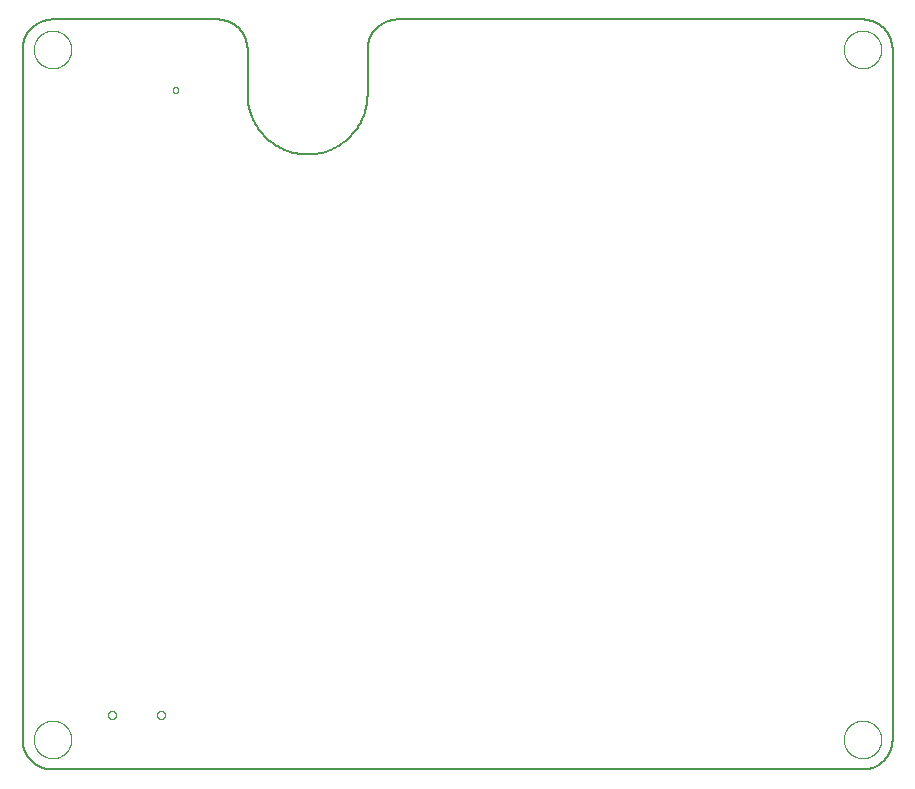
<source format=gko>
G75*
%MOIN*%
%OFA0B0*%
%FSLAX25Y25*%
%IPPOS*%
%LPD*%
%AMOC8*
5,1,8,0,0,1.08239X$1,22.5*
%
%ADD10C,0.00000*%
%ADD11C,0.00500*%
D10*
X0005800Y0012374D02*
X0005802Y0012532D01*
X0005808Y0012689D01*
X0005818Y0012847D01*
X0005832Y0013004D01*
X0005850Y0013160D01*
X0005871Y0013317D01*
X0005897Y0013472D01*
X0005927Y0013627D01*
X0005960Y0013781D01*
X0005998Y0013934D01*
X0006039Y0014087D01*
X0006084Y0014238D01*
X0006133Y0014388D01*
X0006186Y0014536D01*
X0006242Y0014684D01*
X0006303Y0014829D01*
X0006366Y0014974D01*
X0006434Y0015116D01*
X0006505Y0015257D01*
X0006579Y0015396D01*
X0006657Y0015533D01*
X0006739Y0015668D01*
X0006823Y0015801D01*
X0006912Y0015932D01*
X0007003Y0016060D01*
X0007098Y0016187D01*
X0007195Y0016310D01*
X0007296Y0016432D01*
X0007400Y0016550D01*
X0007507Y0016666D01*
X0007617Y0016779D01*
X0007729Y0016890D01*
X0007845Y0016997D01*
X0007963Y0017102D01*
X0008083Y0017204D01*
X0008206Y0017302D01*
X0008332Y0017398D01*
X0008460Y0017490D01*
X0008590Y0017579D01*
X0008722Y0017665D01*
X0008857Y0017747D01*
X0008994Y0017826D01*
X0009132Y0017901D01*
X0009272Y0017973D01*
X0009415Y0018041D01*
X0009558Y0018106D01*
X0009704Y0018167D01*
X0009851Y0018224D01*
X0009999Y0018278D01*
X0010149Y0018328D01*
X0010299Y0018374D01*
X0010451Y0018416D01*
X0010604Y0018455D01*
X0010758Y0018489D01*
X0010913Y0018520D01*
X0011068Y0018546D01*
X0011224Y0018569D01*
X0011381Y0018588D01*
X0011538Y0018603D01*
X0011695Y0018614D01*
X0011853Y0018621D01*
X0012011Y0018624D01*
X0012168Y0018623D01*
X0012326Y0018618D01*
X0012483Y0018609D01*
X0012641Y0018596D01*
X0012797Y0018579D01*
X0012954Y0018558D01*
X0013109Y0018534D01*
X0013264Y0018505D01*
X0013419Y0018472D01*
X0013572Y0018436D01*
X0013725Y0018395D01*
X0013876Y0018351D01*
X0014026Y0018303D01*
X0014175Y0018252D01*
X0014323Y0018196D01*
X0014469Y0018137D01*
X0014614Y0018074D01*
X0014757Y0018007D01*
X0014898Y0017937D01*
X0015037Y0017864D01*
X0015175Y0017787D01*
X0015311Y0017706D01*
X0015444Y0017622D01*
X0015575Y0017535D01*
X0015704Y0017444D01*
X0015831Y0017350D01*
X0015956Y0017253D01*
X0016077Y0017153D01*
X0016197Y0017050D01*
X0016313Y0016944D01*
X0016427Y0016835D01*
X0016539Y0016723D01*
X0016647Y0016609D01*
X0016752Y0016491D01*
X0016855Y0016371D01*
X0016954Y0016249D01*
X0017050Y0016124D01*
X0017143Y0015996D01*
X0017233Y0015867D01*
X0017319Y0015735D01*
X0017403Y0015601D01*
X0017482Y0015465D01*
X0017559Y0015327D01*
X0017631Y0015187D01*
X0017700Y0015045D01*
X0017766Y0014902D01*
X0017828Y0014757D01*
X0017886Y0014610D01*
X0017941Y0014462D01*
X0017992Y0014313D01*
X0018039Y0014162D01*
X0018082Y0014011D01*
X0018121Y0013858D01*
X0018157Y0013704D01*
X0018188Y0013550D01*
X0018216Y0013395D01*
X0018240Y0013239D01*
X0018260Y0013082D01*
X0018276Y0012925D01*
X0018288Y0012768D01*
X0018296Y0012611D01*
X0018300Y0012453D01*
X0018300Y0012295D01*
X0018296Y0012137D01*
X0018288Y0011980D01*
X0018276Y0011823D01*
X0018260Y0011666D01*
X0018240Y0011509D01*
X0018216Y0011353D01*
X0018188Y0011198D01*
X0018157Y0011044D01*
X0018121Y0010890D01*
X0018082Y0010737D01*
X0018039Y0010586D01*
X0017992Y0010435D01*
X0017941Y0010286D01*
X0017886Y0010138D01*
X0017828Y0009991D01*
X0017766Y0009846D01*
X0017700Y0009703D01*
X0017631Y0009561D01*
X0017559Y0009421D01*
X0017482Y0009283D01*
X0017403Y0009147D01*
X0017319Y0009013D01*
X0017233Y0008881D01*
X0017143Y0008752D01*
X0017050Y0008624D01*
X0016954Y0008499D01*
X0016855Y0008377D01*
X0016752Y0008257D01*
X0016647Y0008139D01*
X0016539Y0008025D01*
X0016427Y0007913D01*
X0016313Y0007804D01*
X0016197Y0007698D01*
X0016077Y0007595D01*
X0015956Y0007495D01*
X0015831Y0007398D01*
X0015704Y0007304D01*
X0015575Y0007213D01*
X0015444Y0007126D01*
X0015311Y0007042D01*
X0015175Y0006961D01*
X0015037Y0006884D01*
X0014898Y0006811D01*
X0014757Y0006741D01*
X0014614Y0006674D01*
X0014469Y0006611D01*
X0014323Y0006552D01*
X0014175Y0006496D01*
X0014026Y0006445D01*
X0013876Y0006397D01*
X0013725Y0006353D01*
X0013572Y0006312D01*
X0013419Y0006276D01*
X0013264Y0006243D01*
X0013109Y0006214D01*
X0012954Y0006190D01*
X0012797Y0006169D01*
X0012641Y0006152D01*
X0012483Y0006139D01*
X0012326Y0006130D01*
X0012168Y0006125D01*
X0012011Y0006124D01*
X0011853Y0006127D01*
X0011695Y0006134D01*
X0011538Y0006145D01*
X0011381Y0006160D01*
X0011224Y0006179D01*
X0011068Y0006202D01*
X0010913Y0006228D01*
X0010758Y0006259D01*
X0010604Y0006293D01*
X0010451Y0006332D01*
X0010299Y0006374D01*
X0010149Y0006420D01*
X0009999Y0006470D01*
X0009851Y0006524D01*
X0009704Y0006581D01*
X0009558Y0006642D01*
X0009415Y0006707D01*
X0009272Y0006775D01*
X0009132Y0006847D01*
X0008994Y0006922D01*
X0008857Y0007001D01*
X0008722Y0007083D01*
X0008590Y0007169D01*
X0008460Y0007258D01*
X0008332Y0007350D01*
X0008206Y0007446D01*
X0008083Y0007544D01*
X0007963Y0007646D01*
X0007845Y0007751D01*
X0007729Y0007858D01*
X0007617Y0007969D01*
X0007507Y0008082D01*
X0007400Y0008198D01*
X0007296Y0008316D01*
X0007195Y0008438D01*
X0007098Y0008561D01*
X0007003Y0008688D01*
X0006912Y0008816D01*
X0006823Y0008947D01*
X0006739Y0009080D01*
X0006657Y0009215D01*
X0006579Y0009352D01*
X0006505Y0009491D01*
X0006434Y0009632D01*
X0006366Y0009774D01*
X0006303Y0009919D01*
X0006242Y0010064D01*
X0006186Y0010212D01*
X0006133Y0010360D01*
X0006084Y0010510D01*
X0006039Y0010661D01*
X0005998Y0010814D01*
X0005960Y0010967D01*
X0005927Y0011121D01*
X0005897Y0011276D01*
X0005871Y0011431D01*
X0005850Y0011588D01*
X0005832Y0011744D01*
X0005818Y0011901D01*
X0005808Y0012059D01*
X0005802Y0012216D01*
X0005800Y0012374D01*
X0030503Y0020520D02*
X0030505Y0020594D01*
X0030511Y0020668D01*
X0030521Y0020741D01*
X0030535Y0020814D01*
X0030552Y0020886D01*
X0030574Y0020956D01*
X0030599Y0021026D01*
X0030628Y0021094D01*
X0030661Y0021160D01*
X0030697Y0021225D01*
X0030737Y0021287D01*
X0030779Y0021348D01*
X0030825Y0021406D01*
X0030874Y0021461D01*
X0030926Y0021514D01*
X0030981Y0021564D01*
X0031038Y0021610D01*
X0031098Y0021654D01*
X0031160Y0021694D01*
X0031224Y0021731D01*
X0031290Y0021765D01*
X0031358Y0021795D01*
X0031427Y0021821D01*
X0031498Y0021844D01*
X0031569Y0021862D01*
X0031642Y0021877D01*
X0031715Y0021888D01*
X0031789Y0021895D01*
X0031863Y0021898D01*
X0031936Y0021897D01*
X0032010Y0021892D01*
X0032084Y0021883D01*
X0032157Y0021870D01*
X0032229Y0021853D01*
X0032300Y0021833D01*
X0032370Y0021808D01*
X0032438Y0021780D01*
X0032505Y0021749D01*
X0032570Y0021713D01*
X0032633Y0021675D01*
X0032694Y0021633D01*
X0032753Y0021587D01*
X0032809Y0021539D01*
X0032862Y0021488D01*
X0032912Y0021434D01*
X0032960Y0021377D01*
X0033004Y0021318D01*
X0033046Y0021256D01*
X0033084Y0021193D01*
X0033118Y0021127D01*
X0033149Y0021060D01*
X0033176Y0020991D01*
X0033199Y0020921D01*
X0033219Y0020850D01*
X0033235Y0020777D01*
X0033247Y0020704D01*
X0033255Y0020631D01*
X0033259Y0020557D01*
X0033259Y0020483D01*
X0033255Y0020409D01*
X0033247Y0020336D01*
X0033235Y0020263D01*
X0033219Y0020190D01*
X0033199Y0020119D01*
X0033176Y0020049D01*
X0033149Y0019980D01*
X0033118Y0019913D01*
X0033084Y0019847D01*
X0033046Y0019784D01*
X0033004Y0019722D01*
X0032960Y0019663D01*
X0032912Y0019606D01*
X0032862Y0019552D01*
X0032809Y0019501D01*
X0032753Y0019453D01*
X0032694Y0019407D01*
X0032633Y0019365D01*
X0032570Y0019327D01*
X0032505Y0019291D01*
X0032438Y0019260D01*
X0032370Y0019232D01*
X0032300Y0019207D01*
X0032229Y0019187D01*
X0032157Y0019170D01*
X0032084Y0019157D01*
X0032010Y0019148D01*
X0031936Y0019143D01*
X0031863Y0019142D01*
X0031789Y0019145D01*
X0031715Y0019152D01*
X0031642Y0019163D01*
X0031569Y0019178D01*
X0031498Y0019196D01*
X0031427Y0019219D01*
X0031358Y0019245D01*
X0031290Y0019275D01*
X0031224Y0019309D01*
X0031160Y0019346D01*
X0031098Y0019386D01*
X0031038Y0019430D01*
X0030981Y0019476D01*
X0030926Y0019526D01*
X0030874Y0019579D01*
X0030825Y0019634D01*
X0030779Y0019692D01*
X0030737Y0019753D01*
X0030697Y0019815D01*
X0030661Y0019880D01*
X0030628Y0019946D01*
X0030599Y0020014D01*
X0030574Y0020084D01*
X0030552Y0020154D01*
X0030535Y0020226D01*
X0030521Y0020299D01*
X0030511Y0020372D01*
X0030505Y0020446D01*
X0030503Y0020520D01*
X0046841Y0020520D02*
X0046843Y0020594D01*
X0046849Y0020668D01*
X0046859Y0020741D01*
X0046873Y0020814D01*
X0046890Y0020886D01*
X0046912Y0020956D01*
X0046937Y0021026D01*
X0046966Y0021094D01*
X0046999Y0021160D01*
X0047035Y0021225D01*
X0047075Y0021287D01*
X0047117Y0021348D01*
X0047163Y0021406D01*
X0047212Y0021461D01*
X0047264Y0021514D01*
X0047319Y0021564D01*
X0047376Y0021610D01*
X0047436Y0021654D01*
X0047498Y0021694D01*
X0047562Y0021731D01*
X0047628Y0021765D01*
X0047696Y0021795D01*
X0047765Y0021821D01*
X0047836Y0021844D01*
X0047907Y0021862D01*
X0047980Y0021877D01*
X0048053Y0021888D01*
X0048127Y0021895D01*
X0048201Y0021898D01*
X0048274Y0021897D01*
X0048348Y0021892D01*
X0048422Y0021883D01*
X0048495Y0021870D01*
X0048567Y0021853D01*
X0048638Y0021833D01*
X0048708Y0021808D01*
X0048776Y0021780D01*
X0048843Y0021749D01*
X0048908Y0021713D01*
X0048971Y0021675D01*
X0049032Y0021633D01*
X0049091Y0021587D01*
X0049147Y0021539D01*
X0049200Y0021488D01*
X0049250Y0021434D01*
X0049298Y0021377D01*
X0049342Y0021318D01*
X0049384Y0021256D01*
X0049422Y0021193D01*
X0049456Y0021127D01*
X0049487Y0021060D01*
X0049514Y0020991D01*
X0049537Y0020921D01*
X0049557Y0020850D01*
X0049573Y0020777D01*
X0049585Y0020704D01*
X0049593Y0020631D01*
X0049597Y0020557D01*
X0049597Y0020483D01*
X0049593Y0020409D01*
X0049585Y0020336D01*
X0049573Y0020263D01*
X0049557Y0020190D01*
X0049537Y0020119D01*
X0049514Y0020049D01*
X0049487Y0019980D01*
X0049456Y0019913D01*
X0049422Y0019847D01*
X0049384Y0019784D01*
X0049342Y0019722D01*
X0049298Y0019663D01*
X0049250Y0019606D01*
X0049200Y0019552D01*
X0049147Y0019501D01*
X0049091Y0019453D01*
X0049032Y0019407D01*
X0048971Y0019365D01*
X0048908Y0019327D01*
X0048843Y0019291D01*
X0048776Y0019260D01*
X0048708Y0019232D01*
X0048638Y0019207D01*
X0048567Y0019187D01*
X0048495Y0019170D01*
X0048422Y0019157D01*
X0048348Y0019148D01*
X0048274Y0019143D01*
X0048201Y0019142D01*
X0048127Y0019145D01*
X0048053Y0019152D01*
X0047980Y0019163D01*
X0047907Y0019178D01*
X0047836Y0019196D01*
X0047765Y0019219D01*
X0047696Y0019245D01*
X0047628Y0019275D01*
X0047562Y0019309D01*
X0047498Y0019346D01*
X0047436Y0019386D01*
X0047376Y0019430D01*
X0047319Y0019476D01*
X0047264Y0019526D01*
X0047212Y0019579D01*
X0047163Y0019634D01*
X0047117Y0019692D01*
X0047075Y0019753D01*
X0047035Y0019815D01*
X0046999Y0019880D01*
X0046966Y0019946D01*
X0046937Y0020014D01*
X0046912Y0020084D01*
X0046890Y0020154D01*
X0046873Y0020226D01*
X0046859Y0020299D01*
X0046849Y0020372D01*
X0046843Y0020446D01*
X0046841Y0020520D01*
X0275800Y0012374D02*
X0275802Y0012532D01*
X0275808Y0012689D01*
X0275818Y0012847D01*
X0275832Y0013004D01*
X0275850Y0013160D01*
X0275871Y0013317D01*
X0275897Y0013472D01*
X0275927Y0013627D01*
X0275960Y0013781D01*
X0275998Y0013934D01*
X0276039Y0014087D01*
X0276084Y0014238D01*
X0276133Y0014388D01*
X0276186Y0014536D01*
X0276242Y0014684D01*
X0276303Y0014829D01*
X0276366Y0014974D01*
X0276434Y0015116D01*
X0276505Y0015257D01*
X0276579Y0015396D01*
X0276657Y0015533D01*
X0276739Y0015668D01*
X0276823Y0015801D01*
X0276912Y0015932D01*
X0277003Y0016060D01*
X0277098Y0016187D01*
X0277195Y0016310D01*
X0277296Y0016432D01*
X0277400Y0016550D01*
X0277507Y0016666D01*
X0277617Y0016779D01*
X0277729Y0016890D01*
X0277845Y0016997D01*
X0277963Y0017102D01*
X0278083Y0017204D01*
X0278206Y0017302D01*
X0278332Y0017398D01*
X0278460Y0017490D01*
X0278590Y0017579D01*
X0278722Y0017665D01*
X0278857Y0017747D01*
X0278994Y0017826D01*
X0279132Y0017901D01*
X0279272Y0017973D01*
X0279415Y0018041D01*
X0279558Y0018106D01*
X0279704Y0018167D01*
X0279851Y0018224D01*
X0279999Y0018278D01*
X0280149Y0018328D01*
X0280299Y0018374D01*
X0280451Y0018416D01*
X0280604Y0018455D01*
X0280758Y0018489D01*
X0280913Y0018520D01*
X0281068Y0018546D01*
X0281224Y0018569D01*
X0281381Y0018588D01*
X0281538Y0018603D01*
X0281695Y0018614D01*
X0281853Y0018621D01*
X0282011Y0018624D01*
X0282168Y0018623D01*
X0282326Y0018618D01*
X0282483Y0018609D01*
X0282641Y0018596D01*
X0282797Y0018579D01*
X0282954Y0018558D01*
X0283109Y0018534D01*
X0283264Y0018505D01*
X0283419Y0018472D01*
X0283572Y0018436D01*
X0283725Y0018395D01*
X0283876Y0018351D01*
X0284026Y0018303D01*
X0284175Y0018252D01*
X0284323Y0018196D01*
X0284469Y0018137D01*
X0284614Y0018074D01*
X0284757Y0018007D01*
X0284898Y0017937D01*
X0285037Y0017864D01*
X0285175Y0017787D01*
X0285311Y0017706D01*
X0285444Y0017622D01*
X0285575Y0017535D01*
X0285704Y0017444D01*
X0285831Y0017350D01*
X0285956Y0017253D01*
X0286077Y0017153D01*
X0286197Y0017050D01*
X0286313Y0016944D01*
X0286427Y0016835D01*
X0286539Y0016723D01*
X0286647Y0016609D01*
X0286752Y0016491D01*
X0286855Y0016371D01*
X0286954Y0016249D01*
X0287050Y0016124D01*
X0287143Y0015996D01*
X0287233Y0015867D01*
X0287319Y0015735D01*
X0287403Y0015601D01*
X0287482Y0015465D01*
X0287559Y0015327D01*
X0287631Y0015187D01*
X0287700Y0015045D01*
X0287766Y0014902D01*
X0287828Y0014757D01*
X0287886Y0014610D01*
X0287941Y0014462D01*
X0287992Y0014313D01*
X0288039Y0014162D01*
X0288082Y0014011D01*
X0288121Y0013858D01*
X0288157Y0013704D01*
X0288188Y0013550D01*
X0288216Y0013395D01*
X0288240Y0013239D01*
X0288260Y0013082D01*
X0288276Y0012925D01*
X0288288Y0012768D01*
X0288296Y0012611D01*
X0288300Y0012453D01*
X0288300Y0012295D01*
X0288296Y0012137D01*
X0288288Y0011980D01*
X0288276Y0011823D01*
X0288260Y0011666D01*
X0288240Y0011509D01*
X0288216Y0011353D01*
X0288188Y0011198D01*
X0288157Y0011044D01*
X0288121Y0010890D01*
X0288082Y0010737D01*
X0288039Y0010586D01*
X0287992Y0010435D01*
X0287941Y0010286D01*
X0287886Y0010138D01*
X0287828Y0009991D01*
X0287766Y0009846D01*
X0287700Y0009703D01*
X0287631Y0009561D01*
X0287559Y0009421D01*
X0287482Y0009283D01*
X0287403Y0009147D01*
X0287319Y0009013D01*
X0287233Y0008881D01*
X0287143Y0008752D01*
X0287050Y0008624D01*
X0286954Y0008499D01*
X0286855Y0008377D01*
X0286752Y0008257D01*
X0286647Y0008139D01*
X0286539Y0008025D01*
X0286427Y0007913D01*
X0286313Y0007804D01*
X0286197Y0007698D01*
X0286077Y0007595D01*
X0285956Y0007495D01*
X0285831Y0007398D01*
X0285704Y0007304D01*
X0285575Y0007213D01*
X0285444Y0007126D01*
X0285311Y0007042D01*
X0285175Y0006961D01*
X0285037Y0006884D01*
X0284898Y0006811D01*
X0284757Y0006741D01*
X0284614Y0006674D01*
X0284469Y0006611D01*
X0284323Y0006552D01*
X0284175Y0006496D01*
X0284026Y0006445D01*
X0283876Y0006397D01*
X0283725Y0006353D01*
X0283572Y0006312D01*
X0283419Y0006276D01*
X0283264Y0006243D01*
X0283109Y0006214D01*
X0282954Y0006190D01*
X0282797Y0006169D01*
X0282641Y0006152D01*
X0282483Y0006139D01*
X0282326Y0006130D01*
X0282168Y0006125D01*
X0282011Y0006124D01*
X0281853Y0006127D01*
X0281695Y0006134D01*
X0281538Y0006145D01*
X0281381Y0006160D01*
X0281224Y0006179D01*
X0281068Y0006202D01*
X0280913Y0006228D01*
X0280758Y0006259D01*
X0280604Y0006293D01*
X0280451Y0006332D01*
X0280299Y0006374D01*
X0280149Y0006420D01*
X0279999Y0006470D01*
X0279851Y0006524D01*
X0279704Y0006581D01*
X0279558Y0006642D01*
X0279415Y0006707D01*
X0279272Y0006775D01*
X0279132Y0006847D01*
X0278994Y0006922D01*
X0278857Y0007001D01*
X0278722Y0007083D01*
X0278590Y0007169D01*
X0278460Y0007258D01*
X0278332Y0007350D01*
X0278206Y0007446D01*
X0278083Y0007544D01*
X0277963Y0007646D01*
X0277845Y0007751D01*
X0277729Y0007858D01*
X0277617Y0007969D01*
X0277507Y0008082D01*
X0277400Y0008198D01*
X0277296Y0008316D01*
X0277195Y0008438D01*
X0277098Y0008561D01*
X0277003Y0008688D01*
X0276912Y0008816D01*
X0276823Y0008947D01*
X0276739Y0009080D01*
X0276657Y0009215D01*
X0276579Y0009352D01*
X0276505Y0009491D01*
X0276434Y0009632D01*
X0276366Y0009774D01*
X0276303Y0009919D01*
X0276242Y0010064D01*
X0276186Y0010212D01*
X0276133Y0010360D01*
X0276084Y0010510D01*
X0276039Y0010661D01*
X0275998Y0010814D01*
X0275960Y0010967D01*
X0275927Y0011121D01*
X0275897Y0011276D01*
X0275871Y0011431D01*
X0275850Y0011588D01*
X0275832Y0011744D01*
X0275818Y0011901D01*
X0275808Y0012059D01*
X0275802Y0012216D01*
X0275800Y0012374D01*
X0052066Y0228917D02*
X0052068Y0228979D01*
X0052074Y0229042D01*
X0052084Y0229103D01*
X0052098Y0229164D01*
X0052115Y0229224D01*
X0052136Y0229283D01*
X0052162Y0229340D01*
X0052190Y0229395D01*
X0052222Y0229449D01*
X0052258Y0229500D01*
X0052296Y0229550D01*
X0052338Y0229596D01*
X0052382Y0229640D01*
X0052430Y0229681D01*
X0052479Y0229719D01*
X0052531Y0229753D01*
X0052585Y0229784D01*
X0052641Y0229812D01*
X0052699Y0229836D01*
X0052758Y0229857D01*
X0052818Y0229873D01*
X0052879Y0229886D01*
X0052941Y0229895D01*
X0053003Y0229900D01*
X0053066Y0229901D01*
X0053128Y0229898D01*
X0053190Y0229891D01*
X0053252Y0229880D01*
X0053312Y0229865D01*
X0053372Y0229847D01*
X0053430Y0229825D01*
X0053487Y0229799D01*
X0053542Y0229769D01*
X0053595Y0229736D01*
X0053646Y0229700D01*
X0053694Y0229661D01*
X0053740Y0229618D01*
X0053783Y0229573D01*
X0053823Y0229525D01*
X0053860Y0229475D01*
X0053894Y0229422D01*
X0053925Y0229368D01*
X0053951Y0229312D01*
X0053975Y0229254D01*
X0053994Y0229194D01*
X0054010Y0229134D01*
X0054022Y0229072D01*
X0054030Y0229011D01*
X0054034Y0228948D01*
X0054034Y0228886D01*
X0054030Y0228823D01*
X0054022Y0228762D01*
X0054010Y0228700D01*
X0053994Y0228640D01*
X0053975Y0228580D01*
X0053951Y0228522D01*
X0053925Y0228466D01*
X0053894Y0228412D01*
X0053860Y0228359D01*
X0053823Y0228309D01*
X0053783Y0228261D01*
X0053740Y0228216D01*
X0053694Y0228173D01*
X0053646Y0228134D01*
X0053595Y0228098D01*
X0053542Y0228065D01*
X0053487Y0228035D01*
X0053430Y0228009D01*
X0053372Y0227987D01*
X0053312Y0227969D01*
X0053252Y0227954D01*
X0053190Y0227943D01*
X0053128Y0227936D01*
X0053066Y0227933D01*
X0053003Y0227934D01*
X0052941Y0227939D01*
X0052879Y0227948D01*
X0052818Y0227961D01*
X0052758Y0227977D01*
X0052699Y0227998D01*
X0052641Y0228022D01*
X0052585Y0228050D01*
X0052531Y0228081D01*
X0052479Y0228115D01*
X0052430Y0228153D01*
X0052382Y0228194D01*
X0052338Y0228238D01*
X0052296Y0228284D01*
X0052258Y0228334D01*
X0052222Y0228385D01*
X0052190Y0228439D01*
X0052162Y0228494D01*
X0052136Y0228551D01*
X0052115Y0228610D01*
X0052098Y0228670D01*
X0052084Y0228731D01*
X0052074Y0228792D01*
X0052068Y0228855D01*
X0052066Y0228917D01*
X0005800Y0242374D02*
X0005802Y0242532D01*
X0005808Y0242689D01*
X0005818Y0242847D01*
X0005832Y0243004D01*
X0005850Y0243160D01*
X0005871Y0243317D01*
X0005897Y0243472D01*
X0005927Y0243627D01*
X0005960Y0243781D01*
X0005998Y0243934D01*
X0006039Y0244087D01*
X0006084Y0244238D01*
X0006133Y0244388D01*
X0006186Y0244536D01*
X0006242Y0244684D01*
X0006303Y0244829D01*
X0006366Y0244974D01*
X0006434Y0245116D01*
X0006505Y0245257D01*
X0006579Y0245396D01*
X0006657Y0245533D01*
X0006739Y0245668D01*
X0006823Y0245801D01*
X0006912Y0245932D01*
X0007003Y0246060D01*
X0007098Y0246187D01*
X0007195Y0246310D01*
X0007296Y0246432D01*
X0007400Y0246550D01*
X0007507Y0246666D01*
X0007617Y0246779D01*
X0007729Y0246890D01*
X0007845Y0246997D01*
X0007963Y0247102D01*
X0008083Y0247204D01*
X0008206Y0247302D01*
X0008332Y0247398D01*
X0008460Y0247490D01*
X0008590Y0247579D01*
X0008722Y0247665D01*
X0008857Y0247747D01*
X0008994Y0247826D01*
X0009132Y0247901D01*
X0009272Y0247973D01*
X0009415Y0248041D01*
X0009558Y0248106D01*
X0009704Y0248167D01*
X0009851Y0248224D01*
X0009999Y0248278D01*
X0010149Y0248328D01*
X0010299Y0248374D01*
X0010451Y0248416D01*
X0010604Y0248455D01*
X0010758Y0248489D01*
X0010913Y0248520D01*
X0011068Y0248546D01*
X0011224Y0248569D01*
X0011381Y0248588D01*
X0011538Y0248603D01*
X0011695Y0248614D01*
X0011853Y0248621D01*
X0012011Y0248624D01*
X0012168Y0248623D01*
X0012326Y0248618D01*
X0012483Y0248609D01*
X0012641Y0248596D01*
X0012797Y0248579D01*
X0012954Y0248558D01*
X0013109Y0248534D01*
X0013264Y0248505D01*
X0013419Y0248472D01*
X0013572Y0248436D01*
X0013725Y0248395D01*
X0013876Y0248351D01*
X0014026Y0248303D01*
X0014175Y0248252D01*
X0014323Y0248196D01*
X0014469Y0248137D01*
X0014614Y0248074D01*
X0014757Y0248007D01*
X0014898Y0247937D01*
X0015037Y0247864D01*
X0015175Y0247787D01*
X0015311Y0247706D01*
X0015444Y0247622D01*
X0015575Y0247535D01*
X0015704Y0247444D01*
X0015831Y0247350D01*
X0015956Y0247253D01*
X0016077Y0247153D01*
X0016197Y0247050D01*
X0016313Y0246944D01*
X0016427Y0246835D01*
X0016539Y0246723D01*
X0016647Y0246609D01*
X0016752Y0246491D01*
X0016855Y0246371D01*
X0016954Y0246249D01*
X0017050Y0246124D01*
X0017143Y0245996D01*
X0017233Y0245867D01*
X0017319Y0245735D01*
X0017403Y0245601D01*
X0017482Y0245465D01*
X0017559Y0245327D01*
X0017631Y0245187D01*
X0017700Y0245045D01*
X0017766Y0244902D01*
X0017828Y0244757D01*
X0017886Y0244610D01*
X0017941Y0244462D01*
X0017992Y0244313D01*
X0018039Y0244162D01*
X0018082Y0244011D01*
X0018121Y0243858D01*
X0018157Y0243704D01*
X0018188Y0243550D01*
X0018216Y0243395D01*
X0018240Y0243239D01*
X0018260Y0243082D01*
X0018276Y0242925D01*
X0018288Y0242768D01*
X0018296Y0242611D01*
X0018300Y0242453D01*
X0018300Y0242295D01*
X0018296Y0242137D01*
X0018288Y0241980D01*
X0018276Y0241823D01*
X0018260Y0241666D01*
X0018240Y0241509D01*
X0018216Y0241353D01*
X0018188Y0241198D01*
X0018157Y0241044D01*
X0018121Y0240890D01*
X0018082Y0240737D01*
X0018039Y0240586D01*
X0017992Y0240435D01*
X0017941Y0240286D01*
X0017886Y0240138D01*
X0017828Y0239991D01*
X0017766Y0239846D01*
X0017700Y0239703D01*
X0017631Y0239561D01*
X0017559Y0239421D01*
X0017482Y0239283D01*
X0017403Y0239147D01*
X0017319Y0239013D01*
X0017233Y0238881D01*
X0017143Y0238752D01*
X0017050Y0238624D01*
X0016954Y0238499D01*
X0016855Y0238377D01*
X0016752Y0238257D01*
X0016647Y0238139D01*
X0016539Y0238025D01*
X0016427Y0237913D01*
X0016313Y0237804D01*
X0016197Y0237698D01*
X0016077Y0237595D01*
X0015956Y0237495D01*
X0015831Y0237398D01*
X0015704Y0237304D01*
X0015575Y0237213D01*
X0015444Y0237126D01*
X0015311Y0237042D01*
X0015175Y0236961D01*
X0015037Y0236884D01*
X0014898Y0236811D01*
X0014757Y0236741D01*
X0014614Y0236674D01*
X0014469Y0236611D01*
X0014323Y0236552D01*
X0014175Y0236496D01*
X0014026Y0236445D01*
X0013876Y0236397D01*
X0013725Y0236353D01*
X0013572Y0236312D01*
X0013419Y0236276D01*
X0013264Y0236243D01*
X0013109Y0236214D01*
X0012954Y0236190D01*
X0012797Y0236169D01*
X0012641Y0236152D01*
X0012483Y0236139D01*
X0012326Y0236130D01*
X0012168Y0236125D01*
X0012011Y0236124D01*
X0011853Y0236127D01*
X0011695Y0236134D01*
X0011538Y0236145D01*
X0011381Y0236160D01*
X0011224Y0236179D01*
X0011068Y0236202D01*
X0010913Y0236228D01*
X0010758Y0236259D01*
X0010604Y0236293D01*
X0010451Y0236332D01*
X0010299Y0236374D01*
X0010149Y0236420D01*
X0009999Y0236470D01*
X0009851Y0236524D01*
X0009704Y0236581D01*
X0009558Y0236642D01*
X0009415Y0236707D01*
X0009272Y0236775D01*
X0009132Y0236847D01*
X0008994Y0236922D01*
X0008857Y0237001D01*
X0008722Y0237083D01*
X0008590Y0237169D01*
X0008460Y0237258D01*
X0008332Y0237350D01*
X0008206Y0237446D01*
X0008083Y0237544D01*
X0007963Y0237646D01*
X0007845Y0237751D01*
X0007729Y0237858D01*
X0007617Y0237969D01*
X0007507Y0238082D01*
X0007400Y0238198D01*
X0007296Y0238316D01*
X0007195Y0238438D01*
X0007098Y0238561D01*
X0007003Y0238688D01*
X0006912Y0238816D01*
X0006823Y0238947D01*
X0006739Y0239080D01*
X0006657Y0239215D01*
X0006579Y0239352D01*
X0006505Y0239491D01*
X0006434Y0239632D01*
X0006366Y0239774D01*
X0006303Y0239919D01*
X0006242Y0240064D01*
X0006186Y0240212D01*
X0006133Y0240360D01*
X0006084Y0240510D01*
X0006039Y0240661D01*
X0005998Y0240814D01*
X0005960Y0240967D01*
X0005927Y0241121D01*
X0005897Y0241276D01*
X0005871Y0241431D01*
X0005850Y0241588D01*
X0005832Y0241744D01*
X0005818Y0241901D01*
X0005808Y0242059D01*
X0005802Y0242216D01*
X0005800Y0242374D01*
X0275800Y0242374D02*
X0275802Y0242532D01*
X0275808Y0242689D01*
X0275818Y0242847D01*
X0275832Y0243004D01*
X0275850Y0243160D01*
X0275871Y0243317D01*
X0275897Y0243472D01*
X0275927Y0243627D01*
X0275960Y0243781D01*
X0275998Y0243934D01*
X0276039Y0244087D01*
X0276084Y0244238D01*
X0276133Y0244388D01*
X0276186Y0244536D01*
X0276242Y0244684D01*
X0276303Y0244829D01*
X0276366Y0244974D01*
X0276434Y0245116D01*
X0276505Y0245257D01*
X0276579Y0245396D01*
X0276657Y0245533D01*
X0276739Y0245668D01*
X0276823Y0245801D01*
X0276912Y0245932D01*
X0277003Y0246060D01*
X0277098Y0246187D01*
X0277195Y0246310D01*
X0277296Y0246432D01*
X0277400Y0246550D01*
X0277507Y0246666D01*
X0277617Y0246779D01*
X0277729Y0246890D01*
X0277845Y0246997D01*
X0277963Y0247102D01*
X0278083Y0247204D01*
X0278206Y0247302D01*
X0278332Y0247398D01*
X0278460Y0247490D01*
X0278590Y0247579D01*
X0278722Y0247665D01*
X0278857Y0247747D01*
X0278994Y0247826D01*
X0279132Y0247901D01*
X0279272Y0247973D01*
X0279415Y0248041D01*
X0279558Y0248106D01*
X0279704Y0248167D01*
X0279851Y0248224D01*
X0279999Y0248278D01*
X0280149Y0248328D01*
X0280299Y0248374D01*
X0280451Y0248416D01*
X0280604Y0248455D01*
X0280758Y0248489D01*
X0280913Y0248520D01*
X0281068Y0248546D01*
X0281224Y0248569D01*
X0281381Y0248588D01*
X0281538Y0248603D01*
X0281695Y0248614D01*
X0281853Y0248621D01*
X0282011Y0248624D01*
X0282168Y0248623D01*
X0282326Y0248618D01*
X0282483Y0248609D01*
X0282641Y0248596D01*
X0282797Y0248579D01*
X0282954Y0248558D01*
X0283109Y0248534D01*
X0283264Y0248505D01*
X0283419Y0248472D01*
X0283572Y0248436D01*
X0283725Y0248395D01*
X0283876Y0248351D01*
X0284026Y0248303D01*
X0284175Y0248252D01*
X0284323Y0248196D01*
X0284469Y0248137D01*
X0284614Y0248074D01*
X0284757Y0248007D01*
X0284898Y0247937D01*
X0285037Y0247864D01*
X0285175Y0247787D01*
X0285311Y0247706D01*
X0285444Y0247622D01*
X0285575Y0247535D01*
X0285704Y0247444D01*
X0285831Y0247350D01*
X0285956Y0247253D01*
X0286077Y0247153D01*
X0286197Y0247050D01*
X0286313Y0246944D01*
X0286427Y0246835D01*
X0286539Y0246723D01*
X0286647Y0246609D01*
X0286752Y0246491D01*
X0286855Y0246371D01*
X0286954Y0246249D01*
X0287050Y0246124D01*
X0287143Y0245996D01*
X0287233Y0245867D01*
X0287319Y0245735D01*
X0287403Y0245601D01*
X0287482Y0245465D01*
X0287559Y0245327D01*
X0287631Y0245187D01*
X0287700Y0245045D01*
X0287766Y0244902D01*
X0287828Y0244757D01*
X0287886Y0244610D01*
X0287941Y0244462D01*
X0287992Y0244313D01*
X0288039Y0244162D01*
X0288082Y0244011D01*
X0288121Y0243858D01*
X0288157Y0243704D01*
X0288188Y0243550D01*
X0288216Y0243395D01*
X0288240Y0243239D01*
X0288260Y0243082D01*
X0288276Y0242925D01*
X0288288Y0242768D01*
X0288296Y0242611D01*
X0288300Y0242453D01*
X0288300Y0242295D01*
X0288296Y0242137D01*
X0288288Y0241980D01*
X0288276Y0241823D01*
X0288260Y0241666D01*
X0288240Y0241509D01*
X0288216Y0241353D01*
X0288188Y0241198D01*
X0288157Y0241044D01*
X0288121Y0240890D01*
X0288082Y0240737D01*
X0288039Y0240586D01*
X0287992Y0240435D01*
X0287941Y0240286D01*
X0287886Y0240138D01*
X0287828Y0239991D01*
X0287766Y0239846D01*
X0287700Y0239703D01*
X0287631Y0239561D01*
X0287559Y0239421D01*
X0287482Y0239283D01*
X0287403Y0239147D01*
X0287319Y0239013D01*
X0287233Y0238881D01*
X0287143Y0238752D01*
X0287050Y0238624D01*
X0286954Y0238499D01*
X0286855Y0238377D01*
X0286752Y0238257D01*
X0286647Y0238139D01*
X0286539Y0238025D01*
X0286427Y0237913D01*
X0286313Y0237804D01*
X0286197Y0237698D01*
X0286077Y0237595D01*
X0285956Y0237495D01*
X0285831Y0237398D01*
X0285704Y0237304D01*
X0285575Y0237213D01*
X0285444Y0237126D01*
X0285311Y0237042D01*
X0285175Y0236961D01*
X0285037Y0236884D01*
X0284898Y0236811D01*
X0284757Y0236741D01*
X0284614Y0236674D01*
X0284469Y0236611D01*
X0284323Y0236552D01*
X0284175Y0236496D01*
X0284026Y0236445D01*
X0283876Y0236397D01*
X0283725Y0236353D01*
X0283572Y0236312D01*
X0283419Y0236276D01*
X0283264Y0236243D01*
X0283109Y0236214D01*
X0282954Y0236190D01*
X0282797Y0236169D01*
X0282641Y0236152D01*
X0282483Y0236139D01*
X0282326Y0236130D01*
X0282168Y0236125D01*
X0282011Y0236124D01*
X0281853Y0236127D01*
X0281695Y0236134D01*
X0281538Y0236145D01*
X0281381Y0236160D01*
X0281224Y0236179D01*
X0281068Y0236202D01*
X0280913Y0236228D01*
X0280758Y0236259D01*
X0280604Y0236293D01*
X0280451Y0236332D01*
X0280299Y0236374D01*
X0280149Y0236420D01*
X0279999Y0236470D01*
X0279851Y0236524D01*
X0279704Y0236581D01*
X0279558Y0236642D01*
X0279415Y0236707D01*
X0279272Y0236775D01*
X0279132Y0236847D01*
X0278994Y0236922D01*
X0278857Y0237001D01*
X0278722Y0237083D01*
X0278590Y0237169D01*
X0278460Y0237258D01*
X0278332Y0237350D01*
X0278206Y0237446D01*
X0278083Y0237544D01*
X0277963Y0237646D01*
X0277845Y0237751D01*
X0277729Y0237858D01*
X0277617Y0237969D01*
X0277507Y0238082D01*
X0277400Y0238198D01*
X0277296Y0238316D01*
X0277195Y0238438D01*
X0277098Y0238561D01*
X0277003Y0238688D01*
X0276912Y0238816D01*
X0276823Y0238947D01*
X0276739Y0239080D01*
X0276657Y0239215D01*
X0276579Y0239352D01*
X0276505Y0239491D01*
X0276434Y0239632D01*
X0276366Y0239774D01*
X0276303Y0239919D01*
X0276242Y0240064D01*
X0276186Y0240212D01*
X0276133Y0240360D01*
X0276084Y0240510D01*
X0276039Y0240661D01*
X0275998Y0240814D01*
X0275960Y0240967D01*
X0275927Y0241121D01*
X0275897Y0241276D01*
X0275871Y0241431D01*
X0275850Y0241588D01*
X0275832Y0241744D01*
X0275818Y0241901D01*
X0275808Y0242059D01*
X0275802Y0242216D01*
X0275800Y0242374D01*
D11*
X0282050Y0002374D02*
X0012050Y0002374D01*
X0011808Y0002377D01*
X0011567Y0002386D01*
X0011326Y0002400D01*
X0011085Y0002421D01*
X0010845Y0002447D01*
X0010605Y0002479D01*
X0010366Y0002517D01*
X0010129Y0002560D01*
X0009892Y0002610D01*
X0009657Y0002665D01*
X0009423Y0002725D01*
X0009191Y0002792D01*
X0008960Y0002863D01*
X0008731Y0002941D01*
X0008504Y0003024D01*
X0008279Y0003112D01*
X0008056Y0003206D01*
X0007836Y0003305D01*
X0007618Y0003410D01*
X0007403Y0003519D01*
X0007190Y0003634D01*
X0006980Y0003754D01*
X0006774Y0003879D01*
X0006570Y0004009D01*
X0006369Y0004144D01*
X0006172Y0004284D01*
X0005978Y0004428D01*
X0005788Y0004577D01*
X0005602Y0004731D01*
X0005419Y0004889D01*
X0005240Y0005051D01*
X0005065Y0005218D01*
X0004894Y0005389D01*
X0004727Y0005564D01*
X0004565Y0005743D01*
X0004407Y0005926D01*
X0004253Y0006112D01*
X0004104Y0006302D01*
X0003960Y0006496D01*
X0003820Y0006693D01*
X0003685Y0006894D01*
X0003555Y0007098D01*
X0003430Y0007304D01*
X0003310Y0007514D01*
X0003195Y0007727D01*
X0003086Y0007942D01*
X0002981Y0008160D01*
X0002882Y0008380D01*
X0002788Y0008603D01*
X0002700Y0008828D01*
X0002617Y0009055D01*
X0002539Y0009284D01*
X0002468Y0009515D01*
X0002401Y0009747D01*
X0002341Y0009981D01*
X0002286Y0010216D01*
X0002236Y0010453D01*
X0002193Y0010690D01*
X0002155Y0010929D01*
X0002123Y0011169D01*
X0002097Y0011409D01*
X0002076Y0011650D01*
X0002062Y0011891D01*
X0002053Y0012132D01*
X0002050Y0012374D01*
X0002050Y0242374D01*
X0002053Y0242616D01*
X0002062Y0242857D01*
X0002076Y0243098D01*
X0002097Y0243339D01*
X0002123Y0243579D01*
X0002155Y0243819D01*
X0002193Y0244058D01*
X0002236Y0244295D01*
X0002286Y0244532D01*
X0002341Y0244767D01*
X0002401Y0245001D01*
X0002468Y0245233D01*
X0002539Y0245464D01*
X0002617Y0245693D01*
X0002700Y0245920D01*
X0002788Y0246145D01*
X0002882Y0246368D01*
X0002981Y0246588D01*
X0003086Y0246806D01*
X0003195Y0247021D01*
X0003310Y0247234D01*
X0003430Y0247444D01*
X0003555Y0247650D01*
X0003685Y0247854D01*
X0003820Y0248055D01*
X0003960Y0248252D01*
X0004104Y0248446D01*
X0004253Y0248636D01*
X0004407Y0248822D01*
X0004565Y0249005D01*
X0004727Y0249184D01*
X0004894Y0249359D01*
X0005065Y0249530D01*
X0005240Y0249697D01*
X0005419Y0249859D01*
X0005602Y0250017D01*
X0005788Y0250171D01*
X0005978Y0250320D01*
X0006172Y0250464D01*
X0006369Y0250604D01*
X0006570Y0250739D01*
X0006774Y0250869D01*
X0006980Y0250994D01*
X0007190Y0251114D01*
X0007403Y0251229D01*
X0007618Y0251338D01*
X0007836Y0251443D01*
X0008056Y0251542D01*
X0008279Y0251636D01*
X0008504Y0251724D01*
X0008731Y0251807D01*
X0008960Y0251885D01*
X0009191Y0251956D01*
X0009423Y0252023D01*
X0009657Y0252083D01*
X0009892Y0252138D01*
X0010129Y0252188D01*
X0010366Y0252231D01*
X0010605Y0252269D01*
X0010845Y0252301D01*
X0011085Y0252327D01*
X0011326Y0252348D01*
X0011567Y0252362D01*
X0011808Y0252371D01*
X0012050Y0252374D01*
X0067050Y0252374D01*
X0067292Y0252371D01*
X0067533Y0252362D01*
X0067774Y0252348D01*
X0068015Y0252327D01*
X0068255Y0252301D01*
X0068495Y0252269D01*
X0068734Y0252231D01*
X0068971Y0252188D01*
X0069208Y0252138D01*
X0069443Y0252083D01*
X0069677Y0252023D01*
X0069909Y0251956D01*
X0070140Y0251885D01*
X0070369Y0251807D01*
X0070596Y0251724D01*
X0070821Y0251636D01*
X0071044Y0251542D01*
X0071264Y0251443D01*
X0071482Y0251338D01*
X0071697Y0251229D01*
X0071910Y0251114D01*
X0072120Y0250994D01*
X0072326Y0250869D01*
X0072530Y0250739D01*
X0072731Y0250604D01*
X0072928Y0250464D01*
X0073122Y0250320D01*
X0073312Y0250171D01*
X0073498Y0250017D01*
X0073681Y0249859D01*
X0073860Y0249697D01*
X0074035Y0249530D01*
X0074206Y0249359D01*
X0074373Y0249184D01*
X0074535Y0249005D01*
X0074693Y0248822D01*
X0074847Y0248636D01*
X0074996Y0248446D01*
X0075140Y0248252D01*
X0075280Y0248055D01*
X0075415Y0247854D01*
X0075545Y0247650D01*
X0075670Y0247444D01*
X0075790Y0247234D01*
X0075905Y0247021D01*
X0076014Y0246806D01*
X0076119Y0246588D01*
X0076218Y0246368D01*
X0076312Y0246145D01*
X0076400Y0245920D01*
X0076483Y0245693D01*
X0076561Y0245464D01*
X0076632Y0245233D01*
X0076699Y0245001D01*
X0076759Y0244767D01*
X0076814Y0244532D01*
X0076864Y0244295D01*
X0076907Y0244058D01*
X0076945Y0243819D01*
X0076977Y0243579D01*
X0077003Y0243339D01*
X0077024Y0243098D01*
X0077038Y0242857D01*
X0077047Y0242616D01*
X0077050Y0242374D01*
X0077050Y0227374D01*
X0077056Y0226887D01*
X0077074Y0226400D01*
X0077103Y0225914D01*
X0077145Y0225429D01*
X0077198Y0224945D01*
X0077263Y0224462D01*
X0077340Y0223981D01*
X0077428Y0223502D01*
X0077528Y0223025D01*
X0077640Y0222551D01*
X0077763Y0222080D01*
X0077898Y0221612D01*
X0078044Y0221147D01*
X0078201Y0220686D01*
X0078370Y0220229D01*
X0078549Y0219777D01*
X0078740Y0219328D01*
X0078941Y0218885D01*
X0079153Y0218446D01*
X0079376Y0218013D01*
X0079609Y0217586D01*
X0079853Y0217164D01*
X0080106Y0216748D01*
X0080370Y0216339D01*
X0080644Y0215936D01*
X0080927Y0215540D01*
X0081220Y0215151D01*
X0081522Y0214769D01*
X0081834Y0214394D01*
X0082155Y0214028D01*
X0082484Y0213669D01*
X0082822Y0213318D01*
X0083169Y0212976D01*
X0083523Y0212642D01*
X0083886Y0212317D01*
X0084257Y0212001D01*
X0084635Y0211694D01*
X0085020Y0211396D01*
X0085413Y0211108D01*
X0085812Y0210830D01*
X0086219Y0210561D01*
X0086631Y0210302D01*
X0087050Y0210053D01*
X0087475Y0209815D01*
X0087905Y0209587D01*
X0088341Y0209370D01*
X0088782Y0209163D01*
X0089228Y0208967D01*
X0089678Y0208782D01*
X0090133Y0208608D01*
X0090592Y0208445D01*
X0091055Y0208294D01*
X0091522Y0208153D01*
X0091991Y0208024D01*
X0092464Y0207907D01*
X0092939Y0207801D01*
X0093417Y0207707D01*
X0093897Y0207624D01*
X0094379Y0207553D01*
X0094863Y0207494D01*
X0095347Y0207447D01*
X0095833Y0207411D01*
X0096320Y0207387D01*
X0096806Y0207375D01*
X0097294Y0207375D01*
X0097780Y0207387D01*
X0098267Y0207411D01*
X0098753Y0207447D01*
X0099237Y0207494D01*
X0099721Y0207553D01*
X0100203Y0207624D01*
X0100683Y0207707D01*
X0101161Y0207801D01*
X0101636Y0207907D01*
X0102109Y0208024D01*
X0102578Y0208153D01*
X0103045Y0208294D01*
X0103508Y0208445D01*
X0103967Y0208608D01*
X0104422Y0208782D01*
X0104872Y0208967D01*
X0105318Y0209163D01*
X0105759Y0209370D01*
X0106195Y0209587D01*
X0106625Y0209815D01*
X0107050Y0210053D01*
X0107469Y0210302D01*
X0107881Y0210561D01*
X0108288Y0210830D01*
X0108687Y0211108D01*
X0109080Y0211396D01*
X0109465Y0211694D01*
X0109843Y0212001D01*
X0110214Y0212317D01*
X0110577Y0212642D01*
X0110931Y0212976D01*
X0111278Y0213318D01*
X0111616Y0213669D01*
X0111945Y0214028D01*
X0112266Y0214394D01*
X0112578Y0214769D01*
X0112880Y0215151D01*
X0113173Y0215540D01*
X0113456Y0215936D01*
X0113730Y0216339D01*
X0113994Y0216748D01*
X0114247Y0217164D01*
X0114491Y0217586D01*
X0114724Y0218013D01*
X0114947Y0218446D01*
X0115159Y0218885D01*
X0115360Y0219328D01*
X0115551Y0219777D01*
X0115730Y0220229D01*
X0115899Y0220686D01*
X0116056Y0221147D01*
X0116202Y0221612D01*
X0116337Y0222080D01*
X0116460Y0222551D01*
X0116572Y0223025D01*
X0116672Y0223502D01*
X0116760Y0223981D01*
X0116837Y0224462D01*
X0116902Y0224945D01*
X0116955Y0225429D01*
X0116997Y0225914D01*
X0117026Y0226400D01*
X0117044Y0226887D01*
X0117050Y0227374D01*
X0117050Y0242374D01*
X0117053Y0242616D01*
X0117062Y0242857D01*
X0117076Y0243098D01*
X0117097Y0243339D01*
X0117123Y0243579D01*
X0117155Y0243819D01*
X0117193Y0244058D01*
X0117236Y0244295D01*
X0117286Y0244532D01*
X0117341Y0244767D01*
X0117401Y0245001D01*
X0117468Y0245233D01*
X0117539Y0245464D01*
X0117617Y0245693D01*
X0117700Y0245920D01*
X0117788Y0246145D01*
X0117882Y0246368D01*
X0117981Y0246588D01*
X0118086Y0246806D01*
X0118195Y0247021D01*
X0118310Y0247234D01*
X0118430Y0247444D01*
X0118555Y0247650D01*
X0118685Y0247854D01*
X0118820Y0248055D01*
X0118960Y0248252D01*
X0119104Y0248446D01*
X0119253Y0248636D01*
X0119407Y0248822D01*
X0119565Y0249005D01*
X0119727Y0249184D01*
X0119894Y0249359D01*
X0120065Y0249530D01*
X0120240Y0249697D01*
X0120419Y0249859D01*
X0120602Y0250017D01*
X0120788Y0250171D01*
X0120978Y0250320D01*
X0121172Y0250464D01*
X0121369Y0250604D01*
X0121570Y0250739D01*
X0121774Y0250869D01*
X0121980Y0250994D01*
X0122190Y0251114D01*
X0122403Y0251229D01*
X0122618Y0251338D01*
X0122836Y0251443D01*
X0123056Y0251542D01*
X0123279Y0251636D01*
X0123504Y0251724D01*
X0123731Y0251807D01*
X0123960Y0251885D01*
X0124191Y0251956D01*
X0124423Y0252023D01*
X0124657Y0252083D01*
X0124892Y0252138D01*
X0125129Y0252188D01*
X0125366Y0252231D01*
X0125605Y0252269D01*
X0125845Y0252301D01*
X0126085Y0252327D01*
X0126326Y0252348D01*
X0126567Y0252362D01*
X0126808Y0252371D01*
X0127050Y0252374D01*
X0282050Y0252374D01*
X0282292Y0252371D01*
X0282533Y0252362D01*
X0282774Y0252348D01*
X0283015Y0252327D01*
X0283255Y0252301D01*
X0283495Y0252269D01*
X0283734Y0252231D01*
X0283971Y0252188D01*
X0284208Y0252138D01*
X0284443Y0252083D01*
X0284677Y0252023D01*
X0284909Y0251956D01*
X0285140Y0251885D01*
X0285369Y0251807D01*
X0285596Y0251724D01*
X0285821Y0251636D01*
X0286044Y0251542D01*
X0286264Y0251443D01*
X0286482Y0251338D01*
X0286697Y0251229D01*
X0286910Y0251114D01*
X0287120Y0250994D01*
X0287326Y0250869D01*
X0287530Y0250739D01*
X0287731Y0250604D01*
X0287928Y0250464D01*
X0288122Y0250320D01*
X0288312Y0250171D01*
X0288498Y0250017D01*
X0288681Y0249859D01*
X0288860Y0249697D01*
X0289035Y0249530D01*
X0289206Y0249359D01*
X0289373Y0249184D01*
X0289535Y0249005D01*
X0289693Y0248822D01*
X0289847Y0248636D01*
X0289996Y0248446D01*
X0290140Y0248252D01*
X0290280Y0248055D01*
X0290415Y0247854D01*
X0290545Y0247650D01*
X0290670Y0247444D01*
X0290790Y0247234D01*
X0290905Y0247021D01*
X0291014Y0246806D01*
X0291119Y0246588D01*
X0291218Y0246368D01*
X0291312Y0246145D01*
X0291400Y0245920D01*
X0291483Y0245693D01*
X0291561Y0245464D01*
X0291632Y0245233D01*
X0291699Y0245001D01*
X0291759Y0244767D01*
X0291814Y0244532D01*
X0291864Y0244295D01*
X0291907Y0244058D01*
X0291945Y0243819D01*
X0291977Y0243579D01*
X0292003Y0243339D01*
X0292024Y0243098D01*
X0292038Y0242857D01*
X0292047Y0242616D01*
X0292050Y0242374D01*
X0292050Y0012374D01*
X0292047Y0012132D01*
X0292038Y0011891D01*
X0292024Y0011650D01*
X0292003Y0011409D01*
X0291977Y0011169D01*
X0291945Y0010929D01*
X0291907Y0010690D01*
X0291864Y0010453D01*
X0291814Y0010216D01*
X0291759Y0009981D01*
X0291699Y0009747D01*
X0291632Y0009515D01*
X0291561Y0009284D01*
X0291483Y0009055D01*
X0291400Y0008828D01*
X0291312Y0008603D01*
X0291218Y0008380D01*
X0291119Y0008160D01*
X0291014Y0007942D01*
X0290905Y0007727D01*
X0290790Y0007514D01*
X0290670Y0007304D01*
X0290545Y0007098D01*
X0290415Y0006894D01*
X0290280Y0006693D01*
X0290140Y0006496D01*
X0289996Y0006302D01*
X0289847Y0006112D01*
X0289693Y0005926D01*
X0289535Y0005743D01*
X0289373Y0005564D01*
X0289206Y0005389D01*
X0289035Y0005218D01*
X0288860Y0005051D01*
X0288681Y0004889D01*
X0288498Y0004731D01*
X0288312Y0004577D01*
X0288122Y0004428D01*
X0287928Y0004284D01*
X0287731Y0004144D01*
X0287530Y0004009D01*
X0287326Y0003879D01*
X0287120Y0003754D01*
X0286910Y0003634D01*
X0286697Y0003519D01*
X0286482Y0003410D01*
X0286264Y0003305D01*
X0286044Y0003206D01*
X0285821Y0003112D01*
X0285596Y0003024D01*
X0285369Y0002941D01*
X0285140Y0002863D01*
X0284909Y0002792D01*
X0284677Y0002725D01*
X0284443Y0002665D01*
X0284208Y0002610D01*
X0283971Y0002560D01*
X0283734Y0002517D01*
X0283495Y0002479D01*
X0283255Y0002447D01*
X0283015Y0002421D01*
X0282774Y0002400D01*
X0282533Y0002386D01*
X0282292Y0002377D01*
X0282050Y0002374D01*
M02*

</source>
